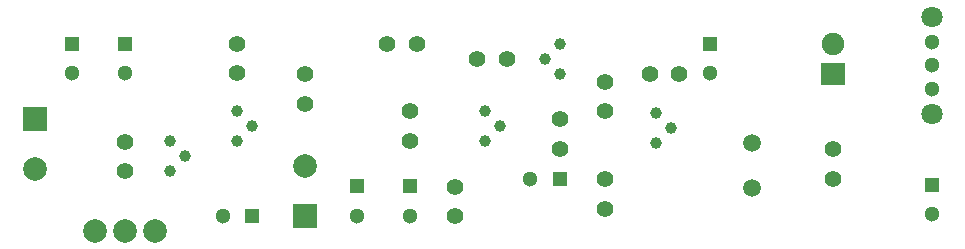
<source format=gbl>
G04 #@! TF.FileFunction,Copper,L2,Bot,Signal*
%FSLAX46Y46*%
G04 Gerber Fmt 4.6, Leading zero omitted, Abs format (unit mm)*
G04 Created by KiCad (PCBNEW (2015-08-16 BZR 6097, Git b384c94)-product) date 11/15/2015 1:38:27 AM*
%MOMM*%
G01*
G04 APERTURE LIST*
%ADD10C,0.100000*%
%ADD11R,1.300000X1.300000*%
%ADD12C,1.300000*%
%ADD13R,2.000000X1.900000*%
%ADD14C,1.900000*%
%ADD15C,1.400000*%
%ADD16C,1.998980*%
%ADD17C,1.800000*%
%ADD18C,1.000760*%
%ADD19C,2.000000*%
%ADD20R,2.000000X2.000000*%
%ADD21C,1.501140*%
G04 APERTURE END LIST*
D10*
D11*
X169926000Y-86868000D03*
D12*
X169926000Y-89368000D03*
D11*
X101600000Y-74930000D03*
D12*
X101600000Y-77430000D03*
D11*
X121285000Y-86995000D03*
D12*
X121285000Y-89495000D03*
D11*
X125730000Y-86995000D03*
D12*
X125730000Y-89495000D03*
D11*
X138430000Y-86360000D03*
D12*
X135930000Y-86360000D03*
D13*
X161544000Y-77470000D03*
D14*
X161544000Y-74930000D03*
D11*
X97155000Y-74930000D03*
D12*
X97155000Y-77430000D03*
D11*
X112395000Y-89535000D03*
D12*
X109895000Y-89535000D03*
D15*
X111125000Y-77429360D03*
X111125000Y-74930000D03*
X116840000Y-77510640D03*
X116840000Y-80010000D03*
X125730000Y-83144360D03*
X125730000Y-80645000D03*
X126324360Y-74930000D03*
X123825000Y-74930000D03*
X129540000Y-87035640D03*
X129540000Y-89535000D03*
X133944360Y-76200000D03*
X131445000Y-76200000D03*
X138430000Y-81320640D03*
X138430000Y-83820000D03*
X142240000Y-86400640D03*
X142240000Y-88900000D03*
X142240000Y-78145640D03*
X142240000Y-80645000D03*
X161544000Y-83860640D03*
X161544000Y-86360000D03*
X101600000Y-83225640D03*
X101600000Y-85725000D03*
D16*
X101600000Y-90805000D03*
X99060000Y-90805000D03*
X104140000Y-90805000D03*
D11*
X151130000Y-74930000D03*
D12*
X151130000Y-77430000D03*
X169926000Y-78744000D03*
X169926000Y-74744000D03*
D17*
X169926000Y-80844000D03*
X169926000Y-72644000D03*
D12*
X169926000Y-76744000D03*
D18*
X106680000Y-84455000D03*
X105410000Y-85725000D03*
X105410000Y-83185000D03*
X112395000Y-81915000D03*
X111125000Y-83185000D03*
X111125000Y-80645000D03*
X133350000Y-81915000D03*
X132080000Y-83185000D03*
X132080000Y-80645000D03*
X137160000Y-76200000D03*
X138430000Y-74930000D03*
X138430000Y-77470000D03*
X147828000Y-82042000D03*
X146558000Y-83312000D03*
X146558000Y-80772000D03*
D19*
X93980000Y-85530000D03*
D20*
X93980000Y-81280000D03*
D19*
X116840000Y-85285000D03*
D20*
X116840000Y-89535000D03*
D21*
X154686000Y-87122000D03*
X154686000Y-83312000D03*
D15*
X148549360Y-77470000D03*
X146050000Y-77470000D03*
M02*

</source>
